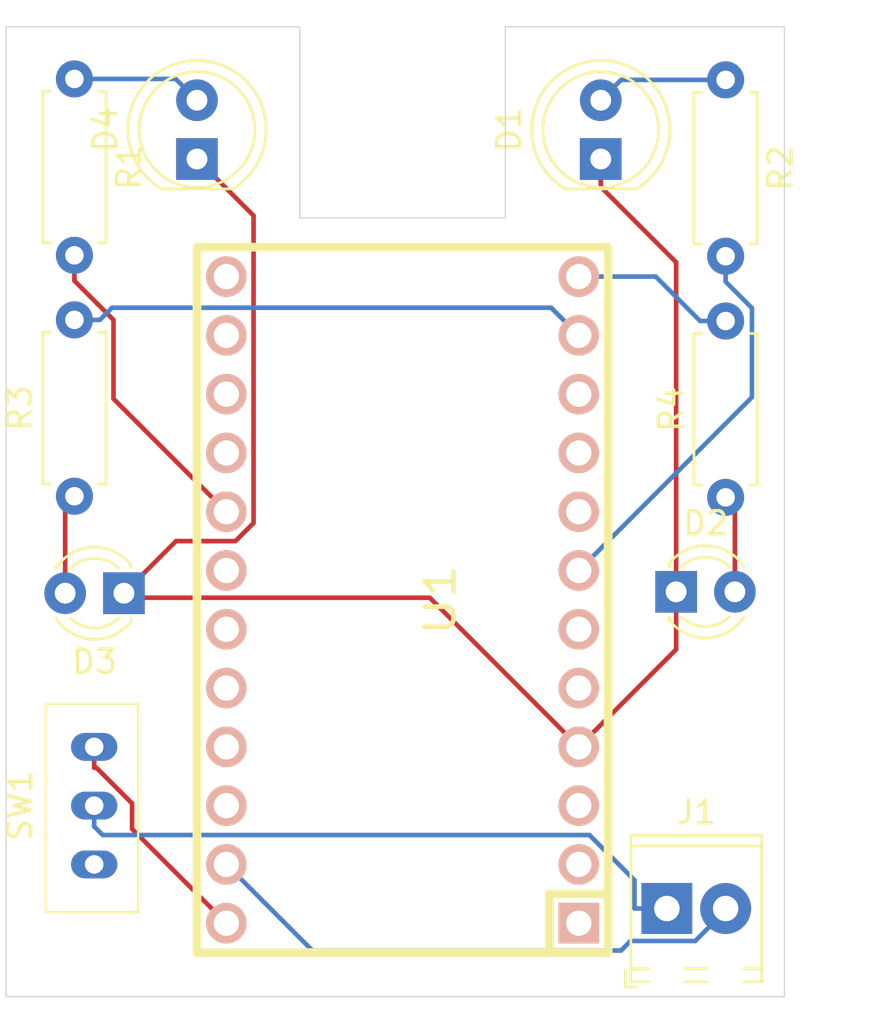
<source format=kicad_pcb>
(kicad_pcb (version 20240108) (generator "pcbnew") (generator_version "8.0")
  (layers (0 "F.Cu" signal) (31 "B.Cu" signal) (34 "B.Paste" user) (35 "F.Paste" user) (36 "B.SilkS" user "B.Silkscreen") (37 "F.SilkS" user "F.Silkscreen") (38 "B.Mask" user) (39 "F.Mask" user) (44 "Edge.Cuts" user))
  (net 0 "")
  (net 1 "Net-(D1-K)")
  (net 2 "Net-(D1-A)")
  (net 3 "Net-(D2-A)")
  (net 4 "Net-(D3-A)")
  (net 5 "Net-(D4-A)")
  (net 6 "Net-(U1-F7)")
  (net 7 "Net-(U1-D4)")
  (net 8 "Net-(U1-B4)")
  (net 9 "Net-(U1-B5)")
  (net 10 "Net-(SW1-A)")
  (net 28 "Net-(J1-Pin_1)")
  (net 29 "Net-(J1-Pin_2)")
  (footprint "Resistor_THT:R_Axial_DIN0207_L6.3mm_D2.5mm_P7.62mm_Horizontal" (layer "F.Cu") (at 177.8 60.08 -90)
    (property "Reference" "R2" (at 3.81 -2.37 90) (layer "F.SilkS"))
    (property "Value" "R")
    (fp_line (start 0.54 1.37) (end 7.08 1.37) (stroke (width 0.12)) (layer "F.SilkS"))
    (fp_line (start 7.08 1.37) (end 7.08 1.04) (stroke (width 0.12)) (layer "F.SilkS"))
    (fp_line (start 0.54 1.04) (end 0.54 1.37) (stroke (width 0.12)) (layer "F.SilkS"))
    (fp_line (start 0.54 -1.04) (end 0.54 -1.37) (stroke (width 0.12)) (layer "F.SilkS"))
    (fp_line (start 0.54 -1.37) (end 7.08 -1.37) (stroke (width 0.12)) (layer "F.SilkS"))
    (fp_line (start 7.08 -1.37) (end 7.08 -1.04) (stroke (width 0.12)) (layer "F.SilkS"))
    (pad "1" thru_hole circle (at 0 0 270) (size 1.6 1.6) (drill 0.8) (layers "*.Cu" "*.Mask") (net 2 "Net-(D1-A)"))
    (pad "2" thru_hole oval (at 7.62 0 270) (size 1.6 1.6) (drill 0.8) (layers "*.Cu" "*.Mask") (net 7 "Net-(U1-D4)"))
  )
  (footprint "Resistor_THT:R_Axial_DIN0207_L6.3mm_D2.5mm_P7.62mm_Horizontal" (layer "F.Cu") (at 149.64 60.04 -90)
    (property "Reference" "R1" (at 3.81 -2.37 90) (layer "F.SilkS"))
    (property "Value" "R")
    (fp_line (start 0.54 1.37) (end 7.08 1.37) (stroke (width 0.12)) (layer "F.SilkS"))
    (fp_line (start 7.08 1.37) (end 7.08 1.04) (stroke (width 0.12)) (layer "F.SilkS"))
    (fp_line (start 0.54 1.04) (end 0.54 1.37) (stroke (width 0.12)) (layer "F.SilkS"))
    (fp_line (start 0.54 -1.04) (end 0.54 -1.37) (stroke (width 0.12)) (layer "F.SilkS"))
    (fp_line (start 0.54 -1.37) (end 7.08 -1.37) (stroke (width 0.12)) (layer "F.SilkS"))
    (fp_line (start 7.08 -1.37) (end 7.08 -1.04) (stroke (width 0.12)) (layer "F.SilkS"))
    (pad "1" thru_hole circle (at 0 0 270) (size 1.6 1.6) (drill 0.8) (layers "*.Cu" "*.Mask") (net 5 "Net-(D4-A)"))
    (pad "2" thru_hole oval (at 7.62 0 270) (size 1.6 1.6) (drill 0.8) (layers "*.Cu" "*.Mask") (net 6 "Net-(U1-F7)"))
  )
  (footprint "TerminalBlock_Phoenix:TerminalBlock_Phoenix_MPT-0,5-2-2.54_1x02_P2.54mm_Horizontal" (layer "F.Cu") (at 175.26 95.885)
    (property "Reference" "J1" (at 1.27 -4.16 0) (layer "F.SilkS"))
    (property "Value" "Screw_Terminal_01x02")
    (fp_line (start -1.8 2.66) (end -1.8 3.4) (stroke (width 0.12)) (layer "F.SilkS"))
    (fp_line (start -1.8 3.4) (end -1.3 3.4) (stroke (width 0.12)) (layer "F.SilkS"))
    (fp_line (start -1.56 -3.16) (end -1.56 3.16) (stroke (width 0.12)) (layer "F.SilkS"))
    (fp_line (start -1.56 -3.16) (end 4.1 -3.16) (stroke (width 0.12)) (layer "F.SilkS"))
    (fp_line (start -1.56 -2.7) (end 4.1 -2.7) (stroke (width 0.12)) (layer "F.SilkS"))
    (fp_line (start -1.56 2.6) (end -0.79 2.6) (stroke (width 0.12)) (layer "F.SilkS"))
    (fp_line (start -1.56 3.16) (end -0.79 3.16) (stroke (width 0.12)) (layer "F.SilkS"))
    (fp_line (start 0.79 2.6) (end 1.75 2.6) (stroke (width 0.12)) (layer "F.SilkS"))
    (fp_line (start 0.79 3.16) (end 1.75 3.16) (stroke (width 0.12)) (layer "F.SilkS"))
    (fp_line (start 3.33 2.6) (end 4.1 2.6) (stroke (width 0.12)) (layer "F.SilkS"))
    (fp_line (start 3.33 3.16) (end 4.1 3.16) (stroke (width 0.12)) (layer "F.SilkS"))
    (fp_line (start 4.1 -3.16) (end 4.1 3.16) (stroke (width 0.12)) (layer "F.SilkS"))
    (pad "" np_thru_hole circle (at 0 2.54) (size 1.1 1.1) (drill 1.1) (layers "*.Cu" "*.Mask"))
    (pad "" np_thru_hole circle (at 2.54 2.54) (size 1.1 1.1) (drill 1.1) (layers "*.Cu" "*.Mask"))
    (pad "1" thru_hole rect (at 0 0) (size 2.2 2.2) (drill 1.1) (layers "*.Cu" "*.Mask") (net 28 "Net-(J1-Pin_1)"))
    (pad "2" thru_hole circle (at 2.54 0) (size 2.2 2.2) (drill 1.1) (layers "*.Cu" "*.Mask") (net 29 "Net-(J1-Pin_2)"))
  )
  (footprint "Resistor_THT:R_Axial_DIN0207_L6.3mm_D2.5mm_P7.62mm_Horizontal" (layer "F.Cu") (at 177.8 78.12 90)
    (property "Reference" "R4" (at 3.81 -2.37 90) (layer "F.SilkS"))
    (property "Value" "R")
    (fp_line (start 7.08 -1.37) (end 7.08 -1.04) (stroke (width 0.12)) (layer "F.SilkS"))
    (fp_line (start 0.54 -1.37) (end 7.08 -1.37) (stroke (width 0.12)) (layer "F.SilkS"))
    (fp_line (start 0.54 -1.04) (end 0.54 -1.37) (stroke (width 0.12)) (layer "F.SilkS"))
    (fp_line (start 0.54 1.04) (end 0.54 1.37) (stroke (width 0.12)) (layer "F.SilkS"))
    (fp_line (start 7.08 1.37) (end 7.08 1.04) (stroke (width 0.12)) (layer "F.SilkS"))
    (fp_line (start 0.54 1.37) (end 7.08 1.37) (stroke (width 0.12)) (layer "F.SilkS"))
    (pad "1" thru_hole circle (at 0 0 90) (size 1.6 1.6) (drill 0.8) (layers "*.Cu" "*.Mask") (net 3 "Net-(D2-A)"))
    (pad "2" thru_hole oval (at 7.62 0 90) (size 1.6 1.6) (drill 0.8) (layers "*.Cu" "*.Mask") (net 9 "Net-(U1-B5)"))
  )
  (footprint "LED_THT:LED_D3.0mm" (layer "F.Cu") (at 151.78 82.26 180)
    (property "Reference" "D3" (at 1.27 -2.96 0) (layer "F.SilkS"))
    (property "Value" "LED")
    (fp_line (start -0.29 1.08) (end -0.29 1.236) (stroke (width 0.12)) (layer "F.SilkS"))
    (fp_line (start -0.29 -1.236) (end -0.29 -1.08) (stroke (width 0.12)) (layer "F.SilkS"))
    (fp_arc (start 2.942335 1.078608) (mid 1.366487 1.987659) (end -0.29 1.235516) (stroke (width 0.12)) (layer "F.SilkS"))
    (fp_arc (start 2.31113 1.079837) (mid 1.270117 1.5) (end 0.229039 1.08) (stroke (width 0.12)) (layer "F.SilkS"))
    (fp_arc (start 0.229039 -1.08) (mid 1.270117 -1.5) (end 2.31113 -1.079837) (stroke (width 0.12)) (layer "F.SilkS"))
    (fp_arc (start -0.29 -1.235516) (mid 1.366487 -1.987659) (end 2.942335 -1.078608) (stroke (width 0.12)) (layer "F.SilkS"))
    (pad "1" thru_hole rect (at 0 0 180) (size 1.8 1.8) (drill 0.9) (layers "*.Cu" "*.Mask") (net 1 "Net-(D1-K)"))
    (pad "2" thru_hole circle (at 2.54 0 180) (size 1.8 1.8) (drill 0.9) (layers "*.Cu" "*.Mask") (net 4 "Net-(D3-A)"))
  )
  (footprint "LED_THT:LED_D5.0mm" (layer "F.Cu") (at 154.94 63.5 90)
    (property "Reference" "D4" (at 1.27 -3.96 90) (layer "F.SilkS"))
    (property "Value" "D_Photo_Filled")
    (fp_line (start -1.29 -1.545) (end -1.29 1.545) (stroke (width 0.12)) (layer "F.SilkS"))
    (fp_arc (start -1.29 -1.54483) (mid 2.072002 -2.880433) (end 4.26 0.000462) (stroke (width 0.12)) (layer "F.SilkS"))
    (fp_arc (start 4.26 -0.000462) (mid 2.072002 2.880433) (end -1.29 1.54483) (stroke (width 0.12)) (layer "F.SilkS"))
    (fp_circle (center 1.27 0) (end 3.77 0) (stroke (width 0.12)) (fill none) (layer "F.SilkS"))
    (pad "1" thru_hole rect (at 0 0 90) (size 1.8 1.8) (drill 0.9) (layers "*.Cu" "*.Mask") (net 1 "Net-(D1-K)"))
    (pad "2" thru_hole circle (at 2.54 0 90) (size 1.8 1.8) (drill 0.9) (layers "*.Cu" "*.Mask") (net 5 "Net-(D4-A)"))
  )
  (footprint "Library:SS12D00G SPDT Micro Switch" (layer "F.Cu") (at 150.495 91.44 -90)
    (property "Reference" "SW1" (at 0 3.2 90) (layer "F.SilkS"))
    (property "Value" "SW_SPST" (hide yes))
    (fp_rect (start -4.4 -1.9) (end 4.6 2.1) (stroke (width 0.1)) (fill none) (layer "F.SilkS"))
    (pad "1" thru_hole oval (at -2.54 0 270) (size 1.2 2) (drill 0.8) (layers "*.Cu" "*.Mask") (net 10 "Net-(SW1-A)"))
    (pad "2" thru_hole oval (at 0 0 270) (size 1.2 2) (drill 0.8) (layers "*.Cu" "*.Mask") (net 28 "Net-(J1-Pin_1)"))
    (pad "3" thru_hole oval (at 2.54 0 270) (size 1.2 2) (drill 0.8) (layers "*.Cu" "*.Mask"))
  )
  (footprint "ProMicroFootprint:ARDUINO_PRO_MICRO" (layer "F.Cu") (at 163.83 82.55 90)
    (property "Reference" "U1" (at 0 1.625 90) (layer "F.SilkS") (effects (font (size 1.27 1.524) (thickness 0.2032))))
    (property "Value" "ProMicro" (hide yes))
    (fp_line (start 15.24 -8.89) (end -15.24 -8.89) (stroke (width 0.381)) (layer "F.SilkS"))
    (fp_line (start -15.24 -8.89) (end -15.24 8.89) (stroke (width 0.381)) (layer "F.SilkS"))
    (fp_line (start -12.7 6.35) (end -12.7 8.89) (stroke (width 0.381)) (layer "F.SilkS"))
    (fp_line (start -15.24 6.35) (end -12.7 6.35) (stroke (width 0.381)) (layer "F.SilkS"))
    (fp_line (start 15.24 8.89) (end 15.24 -8.89) (stroke (width 0.381)) (layer "F.SilkS"))
    (fp_line (start -15.24 8.89) (end 15.24 8.89) (stroke (width 0.381)) (layer "F.SilkS"))
    (pad "1" thru_hole rect (at -13.97 7.62 90) (size 1.7526 1.7526) (drill 1.0922) (layers "*.Cu" "*.SilkS" "*.Mask"))
    (pad "2" thru_hole circle (at -11.43 7.62 90) (size 1.7526 1.7526) (drill 1.0922) (layers "*.Cu" "*.SilkS" "*.Mask"))
    (pad "3" thru_hole circle (at -8.89 7.62 90) (size 1.7526 1.7526) (drill 1.0922) (layers "*.Cu" "*.SilkS" "*.Mask"))
    (pad "4" thru_hole circle (at -6.35 7.62 90) (size 1.7526 1.7526) (drill 1.0922) (layers "*.Cu" "*.SilkS" "*.Mask") (net 1 "Net-(D1-K)"))
    (pad "5" thru_hole circle (at -3.81 7.62 90) (size 1.7526 1.7526) (drill 1.0922) (layers "*.Cu" "*.SilkS" "*.Mask"))
    (pad "6" thru_hole circle (at -1.27 7.62 90) (size 1.7526 1.7526) (drill 1.0922) (layers "*.Cu" "*.SilkS" "*.Mask"))
    (pad "7" thru_hole circle (at 1.27 7.62 90) (size 1.7526 1.7526) (drill 1.0922) (layers "*.Cu" "*.SilkS" "*.Mask") (net 7 "Net-(U1-D4)"))
    (pad "8" thru_hole circle (at 3.81 7.62 90) (size 1.7526 1.7526) (drill 1.0922) (layers "*.Cu" "*.SilkS" "*.Mask"))
    (pad "9" thru_hole circle (at 6.35 7.62 90) (size 1.7526 1.7526) (drill 1.0922) (layers "*.Cu" "*.SilkS" "*.Mask"))
    (pad "10" thru_hole circle (at 8.89 7.62 90) (size 1.7526 1.7526) (drill 1.0922) (layers "*.Cu" "*.SilkS" "*.Mask"))
    (pad "11" thru_hole circle (at 11.43 7.62 90) (size 1.7526 1.7526) (drill 1.0922) (layers "*.Cu" "*.SilkS" "*.Mask") (net 8 "Net-(U1-B4)"))
    (pad "12" thru_hole circle (at 13.97 7.62 90) (size 1.7526 1.7526) (drill 1.0922) (layers "*.Cu" "*.SilkS" "*.Mask") (net 9 "Net-(U1-B5)"))
    (pad "13" thru_hole circle (at 13.97 -7.62 90) (size 1.7526 1.7526) (drill 1.0922) (layers "*.Cu" "*.SilkS" "*.Mask"))
    (pad "14" thru_hole circle (at 11.43 -7.62 90) (size 1.7526 1.7526) (drill 1.0922) (layers "*.Cu" "*.SilkS" "*.Mask"))
    (pad "15" thru_hole circle (at 8.89 -7.62 90) (size 1.7526 1.7526) (drill 1.0922) (layers "*.Cu" "*.SilkS" "*.Mask"))
    (pad "16" thru_hole circle (at 6.35 -7.62 90) (size 1.7526 1.7526) (drill 1.0922) (layers "*.Cu" "*.SilkS" "*.Mask"))
    (pad "17" thru_hole circle (at 3.81 -7.62 90) (size 1.7526 1.7526) (drill 1.0922) (layers "*.Cu" "*.SilkS" "*.Mask") (net 6 "Net-(U1-F7)"))
    (pad "18" thru_hole circle (at 1.27 -7.62 90) (size 1.7526 1.7526) (drill 1.0922) (layers "*.Cu" "*.SilkS" "*.Mask"))
    (pad "19" thru_hole circle (at -1.27 -7.62 90) (size 1.7526 1.7526) (drill 1.0922) (layers "*.Cu" "*.SilkS" "*.Mask"))
    (pad "20" thru_hole circle (at -3.81 -7.62 90) (size 1.7526 1.7526) (drill 1.0922) (layers "*.Cu" "*.SilkS" "*.Mask"))
    (pad "21" thru_hole circle (at -6.35 -7.62 90) (size 1.7526 1.7526) (drill 1.0922) (layers "*.Cu" "*.SilkS" "*.Mask"))
    (pad "22" thru_hole circle (at -8.89 -7.62 90) (size 1.7526 1.7526) (drill 1.0922) (layers "*.Cu" "*.SilkS" "*.Mask"))
    (pad "23" thru_hole circle (at -11.43 -7.62 90) (size 1.7526 1.7526) (drill 1.0922) (layers "*.Cu" "*.SilkS" "*.Mask") (net 29 "Net-(J1-Pin_2)"))
    (pad "24" thru_hole circle (at -13.97 -7.62 90) (size 1.7526 1.7526) (drill 1.0922) (layers "*.Cu" "*.SilkS" "*.Mask") (net 10 "Net-(SW1-A)"))
  )
  (footprint "LED_THT:LED_D3.0mm" (layer "F.Cu") (at 175.66 82.2)
    (property "Reference" "D2" (at 1.27 -2.96 0) (layer "F.SilkS"))
    (property "Value" "LED")
    (fp_line (start -0.29 -1.236) (end -0.29 -1.08) (stroke (width 0.12)) (layer "F.SilkS"))
    (fp_line (start -0.29 1.08) (end -0.29 1.236) (stroke (width 0.12)) (layer "F.SilkS"))
    (fp_arc (start -0.29 -1.235516) (mid 1.366487 -1.987659) (end 2.942335 -1.078608) (stroke (width 0.12)) (layer "F.SilkS"))
    (fp_arc (start 0.229039 -1.08) (mid 1.270117 -1.5) (end 2.31113 -1.079837) (stroke (width 0.12)) (layer "F.SilkS"))
    (fp_arc (start 2.31113 1.079837) (mid 1.270117 1.5) (end 0.229039 1.08) (stroke (width 0.12)) (layer "F.SilkS"))
    (fp_arc (start 2.942335 1.078608) (mid 1.366487 1.987659) (end -0.29 1.235516) (stroke (width 0.12)) (layer "F.SilkS"))
    (pad "1" thru_hole rect (at 0 0) (size 1.8 1.8) (drill 0.9) (layers "*.Cu" "*.Mask") (net 1 "Net-(D1-K)"))
    (pad "2" thru_hole circle (at 2.54 0) (size 1.8 1.8) (drill 0.9) (layers "*.Cu" "*.Mask") (net 3 "Net-(D2-A)"))
  )
  (footprint "Resistor_THT:R_Axial_DIN0207_L6.3mm_D2.5mm_P7.62mm_Horizontal" (layer "F.Cu") (at 149.64 78.07 90)
    (property "Reference" "R3" (at 3.81 -2.37 90) (layer "F.SilkS"))
    (property "Value" "R")
    (fp_line (start 7.08 -1.37) (end 7.08 -1.04) (stroke (width 0.12)) (layer "F.SilkS"))
    (fp_line (start 0.54 -1.37) (end 7.08 -1.37) (stroke (width 0.12)) (layer "F.SilkS"))
    (fp_line (start 0.54 -1.04) (end 0.54 -1.37) (stroke (width 0.12)) (layer "F.SilkS"))
    (fp_line (start 0.54 1.04) (end 0.54 1.37) (stroke (width 0.12)) (layer "F.SilkS"))
    (fp_line (start 7.08 1.37) (end 7.08 1.04) (stroke (width 0.12)) (layer "F.SilkS"))
    (fp_line (start 0.54 1.37) (end 7.08 1.37) (stroke (width 0.12)) (layer "F.SilkS"))
    (pad "1" thru_hole circle (at 0 0 90) (size 1.6 1.6) (drill 0.8) (layers "*.Cu" "*.Mask") (net 4 "Net-(D3-A)"))
    (pad "2" thru_hole oval (at 7.62 0 90) (size 1.6 1.6) (drill 0.8) (layers "*.Cu" "*.Mask") (net 8 "Net-(U1-B4)"))
  )
  (footprint "LED_THT:LED_D5.0mm_IRGrey" (layer "F.Cu") (at 172.4 63.5 90)
    (property "Reference" "D1" (at 1.27 -3.96 90) (layer "F.SilkS"))
    (property "Value" "LD271")
    (fp_line (start -1.29 -1.545) (end -1.29 1.545) (stroke (width 0.12)) (layer "F.SilkS"))
    (fp_arc (start -1.29 -1.54483) (mid 2.072002 -2.880433) (end 4.26 0.000462) (stroke (width 0.12)) (layer "F.SilkS"))
    (fp_arc (start 4.26 -0.000462) (mid 2.072002 2.880433) (end -1.29 1.54483) (stroke (width 0.12)) (layer "F.SilkS"))
    (fp_circle (center 1.27 0) (end 3.77 0) (stroke (width 0.12)) (fill none) (layer "F.SilkS"))
    (pad "1" thru_hole rect (at 0 0 90) (size 1.8 1.8) (drill 0.9) (layers "*.Cu" "*.Mask") (net 1 "Net-(D1-K)"))
    (pad "2" thru_hole circle (at 2.54 0 90) (size 1.8 1.8) (drill 0.9) (layers "*.Cu" "*.Mask") (net 2 "Net-(D1-A)"))
  )
  (gr_line (start 146.685 99.695) (end 180.34 99.695) (stroke (width 0.05)) (layer "Edge.Cuts"))
  (gr_line (start 159.385 66.04) (end 159.385 57.785) (stroke (width 0.05)) (layer "Edge.Cuts"))
  (gr_line (start 146.685 57.785) (end 146.685 99.695) (stroke (width 0.05)) (layer "Edge.Cuts"))
  (gr_line (start 159.385 57.785) (end 146.685 57.785) (stroke (width 0.05)) (layer "Edge.Cuts"))
  (gr_line (start 180.34 57.785) (end 168.275 57.785) (stroke (width 0.05)) (layer "Edge.Cuts"))
  (gr_line (start 168.275 66.04) (end 159.385 66.04) (stroke (width 0.05)) (layer "Edge.Cuts"))
  (gr_line (start 180.34 99.695) (end 180.34 57.785) (stroke (width 0.05)) (layer "Edge.Cuts"))
  (gr_line (start 168.275 57.785) (end 168.275 66.04) (stroke (width 0.05)) (layer "Edge.Cuts"))
  (segment (start 157.3863 65.9463) (end 157.3863 79.22724) (width 0.2) (layer "F.Cu") (net 1))
  (segment (start 157.3863 79.22724) (end 156.60354 80.01) (width 0.2) (layer "F.Cu") (net 1))
  (segment (start 175.66 67.9617) (end 172.4 64.7017) (width 0.2) (layer "F.Cu") (net 1))
  (segment (start 154.94 63.5) (end 157.3863 65.9463) (width 0.2) (layer "F.Cu") (net 1))
  (segment (start 151.9763 82.4563) (end 165.0063 82.4563) (width 0.2) (layer "F.Cu") (net 1))
  (segment (start 156.60354 80.01) (end 154.03 80.01) (width 0.2) (layer "F.Cu") (net 1))
  (segment (start 171.45 88.9) (end 175.66 84.69) (width 0.2) (layer "F.Cu") (net 1))
  (segment (start 175.66 82.2) (end 175.66 67.9617) (width 0.2) (layer "F.Cu") (net 1))
  (segment (start 154.03 80.01) (end 151.78 82.26) (width 0.2) (layer "F.Cu") (net 1))
  (segment (start 172.4 63.5) (end 172.4 64.7017) (width 0.2) (layer "F.Cu") (net 1))
  (segment (start 175.66 84.69) (end 175.66 82.2) (width 0.2) (layer "F.Cu") (net 1))
  (segment (start 151.78 82.26) (end 151.9763 82.4563) (width 0.2) (layer "F.Cu") (net 1))
  (segment (start 165.0063 82.4563) (end 171.45 88.9) (width 0.2) (layer "F.Cu") (net 1))
  (segment (start 173.28 60.08) (end 177.8 60.08) (width 0.2) (layer "B.Cu") (net 2))
  (segment (start 172.4 60.96) (end 173.28 60.08) (width 0.2) (layer "B.Cu") (net 2))
  (segment (start 178.2 82.2) (end 178.2 78.52) (width 0.2) (layer "F.Cu") (net 3))
  (segment (start 178.2 78.52) (end 177.8 78.12) (width 0.2) (layer "F.Cu") (net 3))
  (segment (start 149.24 82.26) (end 149.24 78.47) (width 0.2) (layer "F.Cu") (net 4))
  (segment (start 149.24 78.47) (end 149.64 78.07) (width 0.2) (layer "F.Cu") (net 4))
  (segment (start 154.94 60.96) (end 154.02 60.04) (width 0.2) (layer "B.Cu") (net 5))
  (segment (start 154.02 60.04) (end 149.64 60.04) (width 0.2) (layer "B.Cu") (net 5))
  (segment (start 151.3298 73.8598) (end 151.3298 70.4515) (width 0.2) (layer "F.Cu") (net 6))
  (segment (start 151.3298 70.4515) (end 149.64 68.7617) (width 0.2) (layer "F.Cu") (net 6))
  (segment (start 156.21 78.74) (end 151.3298 73.8598) (width 0.2) (layer "F.Cu") (net 6))
  (segment (start 149.64 67.66) (end 149.64 68.7617) (width 0.2) (layer "F.Cu") (net 6))
  (segment (start 177.8 68.8017) (end 178.9386 69.9403) (width 0.2) (layer "B.Cu") (net 7))
  (segment (start 178.9386 69.9403) (end 178.9386 73.7914) (width 0.2) (layer "B.Cu") (net 7))
  (segment (start 177.8 67.7) (end 177.8 68.8017) (width 0.2) (layer "B.Cu") (net 7))
  (segment (start 178.9386 73.7914) (end 171.45 81.28) (width 0.2) (layer "B.Cu") (net 7))
  (segment (start 170.255 69.925) (end 151.2667 69.925) (width 0.2) (layer "B.Cu") (net 8))
  (segment (start 149.64 70.45) (end 150.7417 70.45) (width 0.2) (layer "B.Cu") (net 8))
  (segment (start 171.45 71.12) (end 170.255 69.925) (width 0.2) (layer "B.Cu") (net 8))
  (segment (start 151.2667 69.925) (end 150.7417 70.45) (width 0.2) (layer "B.Cu") (net 8))
  (segment (start 174.7783 68.58) (end 176.6983 70.5) (width 0.2) (layer "B.Cu") (net 9))
  (segment (start 171.45 68.58) (end 174.7783 68.58) (width 0.2) (layer "B.Cu") (net 9))
  (segment (start 177.8 70.5) (end 176.6983 70.5) (width 0.2) (layer "B.Cu") (net 9))
  (segment (start 150.495 88.9) (end 150.495 89.8017) (width 0.2) (layer "F.Cu") (net 10))
  (segment (start 156.21 96.52) (end 152.1348 92.4448) (width 0.2) (layer "F.Cu") (net 10))
  (segment (start 152.1348 92.4448) (end 152.1348 91.3448) (width 0.2) (layer "F.Cu") (net 10))
  (segment (start 150.5917 89.8017) (end 150.495 89.8017) (width 0.2) (layer "F.Cu") (net 10))
  (segment (start 152.1348 91.3448) (end 150.5917 89.8017) (width 0.2) (layer "F.Cu") (net 10))
  (segment (start 173.8583 94.6585) (end 171.9098 92.71) (width 0.2) (layer "B.Cu") (net 28))
  (segment (start 173.8583 95.885) (end 173.8583 94.6585) (width 0.2) (layer "B.Cu") (net 28))
  (segment (start 150.8633 92.71) (end 150.495 92.3417) (width 0.2) (layer "B.Cu") (net 28))
  (segment (start 150.495 91.44) (end 150.495 92.3417) (width 0.2) (layer "B.Cu") (net 28))
  (segment (start 175.26 95.885) (end 173.8583 95.885) (width 0.2) (layer "B.Cu") (net 28))
  (segment (start 171.9098 92.71) (end 150.8633 92.71) (width 0.2) (layer "B.Cu") (net 28))
  (segment (start 173.28 97.698) (end 159.928 97.698) (width 0.2) (layer "B.Cu") (net 29))
  (segment (start 176.4858 97.2867) (end 173.6913 97.2867) (width 0.2) (layer "B.Cu") (net 29))
  (segment (start 177.8 95.885) (end 177.8 95.9725) (width 0.2) (layer "B.Cu") (net 29))
  (segment (start 173.6913 97.2867) (end 173.28 97.698) (width 0.2) (layer "B.Cu") (net 29))
  (segment (start 159.928 97.698) (end 156.21 93.98) (width 0.2) (layer "B.Cu") (net 29))
  (segment (start 177.8 95.9725) (end 176.4858 97.2867) (width 0.2) (layer "B.Cu") (net 29))
)
</source>
